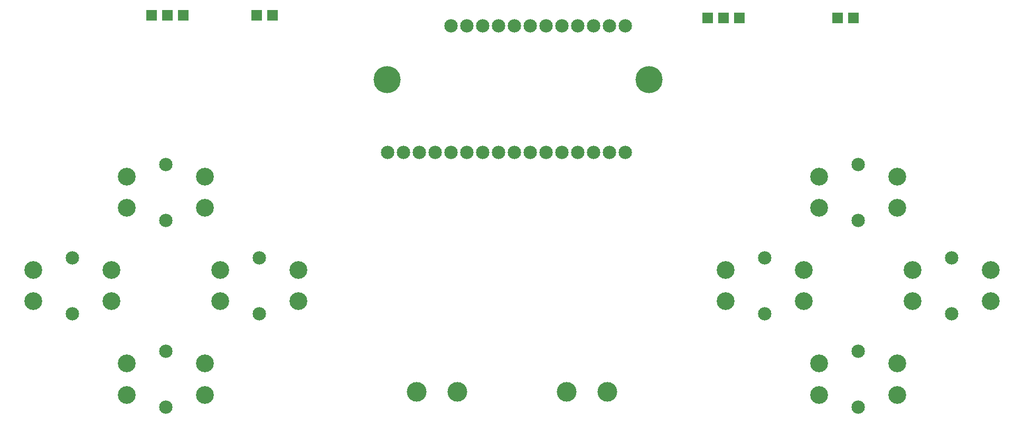
<source format=gbr>
G04 EasyPC Gerber Version 21.0.3 Build 4286 *
G04 #@! TF.Part,Single*
G04 #@! TF.FileFunction,Soldermask,Bot *
G04 #@! TF.FilePolarity,Negative *
%FSLAX35Y35*%
%MOIN*%
G04 #@! TA.AperFunction,ComponentPad*
%ADD82R,0.06600X0.06600*%
%ADD79C,0.08474*%
%ADD80C,0.11230*%
%ADD84C,0.12411*%
G04 #@! TA.AperFunction,WasherPad*
%ADD78C,0.17135*%
X0Y0D02*
D02*
D78*
X298281Y365407D03*
X463636D03*
D02*
D79*
X99463Y217376D03*
Y252809D03*
X158518Y158321D03*
Y193754D03*
Y276431D03*
Y311864D03*
X217573Y217376D03*
Y252809D03*
X298439Y319344D03*
X308439D03*
X318439D03*
X328439D03*
X338439D03*
Y399344D03*
X348439Y319344D03*
Y399344D03*
X358439Y319344D03*
Y399344D03*
X368439Y319344D03*
Y399344D03*
X378439Y319344D03*
Y399344D03*
X388439Y319344D03*
Y399344D03*
X398439Y319344D03*
Y399344D03*
X408439Y319344D03*
Y399344D03*
X418439Y319344D03*
Y399344D03*
X428439Y319344D03*
Y399344D03*
X438439Y319344D03*
Y399344D03*
X448439Y319344D03*
Y399344D03*
X536470Y217376D03*
Y252809D03*
X595526Y158321D03*
Y193754D03*
Y276431D03*
Y311864D03*
X654581Y217376D03*
Y252809D03*
D02*
D80*
X74856Y225250D03*
Y244935D03*
X124069Y225250D03*
Y244935D03*
X133911Y166195D03*
Y185880D03*
Y284305D03*
Y303990D03*
X183124Y166195D03*
Y185880D03*
Y284305D03*
Y303990D03*
X192967Y225250D03*
Y244935D03*
X242179Y225250D03*
Y244935D03*
X511864Y225250D03*
Y244935D03*
X561077Y225250D03*
Y244935D03*
X570919Y166195D03*
Y185880D03*
Y284305D03*
Y303990D03*
X620132Y166195D03*
Y185880D03*
Y284305D03*
Y303990D03*
X629974Y225250D03*
Y244935D03*
X679187Y225250D03*
Y244935D03*
D02*
D82*
X149463Y405959D03*
X159463D03*
X169463D03*
X215841D03*
X225841D03*
X500644Y404384D03*
X510644D03*
X520644D03*
X582533D03*
X592533D03*
D02*
D84*
X316982Y168163D03*
X342573D03*
X411470D03*
X437061D03*
X0Y0D02*
M02*

</source>
